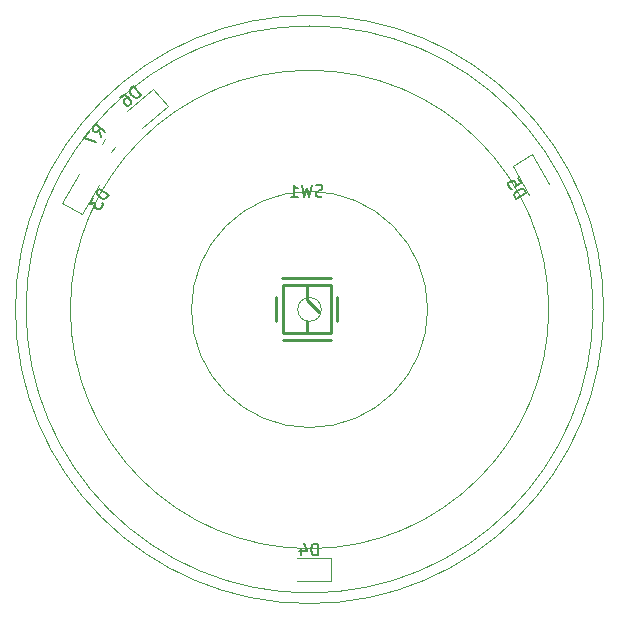
<source format=gbr>
G04 #@! TF.GenerationSoftware,KiCad,Pcbnew,(5.1.9-0-10_14)*
G04 #@! TF.CreationDate,2021-03-14T11:16:57+08:00*
G04 #@! TF.ProjectId,mops-out,6d6f7073-2d6f-4757-942e-6b696361645f,rev?*
G04 #@! TF.SameCoordinates,Original*
G04 #@! TF.FileFunction,Legend,Bot*
G04 #@! TF.FilePolarity,Positive*
%FSLAX46Y46*%
G04 Gerber Fmt 4.6, Leading zero omitted, Abs format (unit mm)*
G04 Created by KiCad (PCBNEW (5.1.9-0-10_14)) date 2021-03-14 11:16:57*
%MOMM*%
%LPD*%
G01*
G04 APERTURE LIST*
%ADD10C,0.120000*%
%ADD11C,0.254000*%
%ADD12C,0.150000*%
G04 APERTURE END LIST*
D10*
X129250000Y-75000000D02*
G75*
G03*
X129250000Y-75000000I-1000000J0D01*
G01*
X138250000Y-75000000D02*
G75*
G03*
X138250000Y-75000000I-10000000J0D01*
G01*
X148500000Y-75000000D02*
G75*
G03*
X148500000Y-75000000I-20250000J0D01*
G01*
X152250000Y-75000000D02*
G75*
G03*
X152250000Y-75000000I-24000000J0D01*
G01*
X153150000Y-75000000D02*
G75*
G03*
X153150000Y-75000000I-24900000J0D01*
G01*
X110973475Y-60599014D02*
X110646008Y-60989273D01*
X111773992Y-61270727D02*
X111446525Y-61660986D01*
X112798022Y-58172581D02*
X114988910Y-56334208D01*
X114988910Y-56334208D02*
X116223062Y-57805014D01*
X116223062Y-57805014D02*
X114032175Y-59643386D01*
D11*
X125975010Y-77600122D02*
X130024990Y-77600122D01*
X125400005Y-76019048D02*
X125400005Y-73981206D01*
X130599995Y-73981206D02*
X130599995Y-76019048D01*
X125913161Y-72350120D02*
X130086839Y-72350120D01*
X125968000Y-72968127D02*
X125968000Y-77032127D01*
X130032000Y-72968127D02*
X125968000Y-72968127D01*
X130032000Y-77032127D02*
X130032000Y-72968127D01*
X125968000Y-77032127D02*
X130032000Y-77032127D01*
X128000000Y-77032127D02*
X128000000Y-76016127D01*
X128000000Y-74238127D02*
X129016000Y-75254127D01*
X128000000Y-72968127D02*
X128000000Y-74238127D01*
D10*
X146868616Y-65306025D02*
X145438616Y-62829193D01*
X145438616Y-62829193D02*
X147101384Y-61869193D01*
X147101384Y-61869193D02*
X148531384Y-64346025D01*
X127220000Y-96060000D02*
X130080000Y-96060000D01*
X130080000Y-96060000D02*
X130080000Y-97980000D01*
X130080000Y-97980000D02*
X127220000Y-97980000D01*
X110391384Y-64473975D02*
X108961384Y-66950807D01*
X108961384Y-66950807D02*
X107298616Y-65990807D01*
X107298616Y-65990807D02*
X108728616Y-63513975D01*
D12*
X110568231Y-60373924D02*
X110417710Y-59812487D01*
X110935538Y-59936185D02*
X110169493Y-59293397D01*
X109924622Y-59585223D01*
X109899882Y-59688789D01*
X109905752Y-59755876D01*
X109948099Y-59853572D01*
X110057534Y-59945399D01*
X110161100Y-59970139D01*
X110228187Y-59964269D01*
X110325883Y-59921922D01*
X110570755Y-59630095D01*
X109587924Y-59986485D02*
X109159399Y-60497181D01*
X110200923Y-60811664D01*
X113976741Y-56873328D02*
X113333954Y-56107283D01*
X113151562Y-56260328D01*
X113072736Y-56388633D01*
X113060997Y-56522808D01*
X113085737Y-56626373D01*
X113171694Y-56802895D01*
X113263521Y-56912330D01*
X113422435Y-57027635D01*
X113520131Y-57069982D01*
X113654306Y-57081721D01*
X113794350Y-57026373D01*
X113976741Y-56873328D01*
X112239604Y-57025552D02*
X112385518Y-56903116D01*
X112489083Y-56878376D01*
X112556170Y-56884246D01*
X112720954Y-56932463D01*
X112879868Y-57047767D01*
X113124739Y-57339593D01*
X113149479Y-57443159D01*
X113143609Y-57510246D01*
X113101262Y-57607942D01*
X112955349Y-57730378D01*
X112851783Y-57755118D01*
X112784696Y-57749248D01*
X112687000Y-57706901D01*
X112533955Y-57524509D01*
X112509215Y-57420944D01*
X112515085Y-57353856D01*
X112557432Y-57256160D01*
X112703346Y-57133724D01*
X112806911Y-57108985D01*
X112873998Y-57114854D01*
X112971695Y-57157202D01*
X129333333Y-65404761D02*
X129190476Y-65452380D01*
X128952380Y-65452380D01*
X128857142Y-65404761D01*
X128809523Y-65357142D01*
X128761904Y-65261904D01*
X128761904Y-65166666D01*
X128809523Y-65071428D01*
X128857142Y-65023809D01*
X128952380Y-64976190D01*
X129142857Y-64928571D01*
X129238095Y-64880952D01*
X129285714Y-64833333D01*
X129333333Y-64738095D01*
X129333333Y-64642857D01*
X129285714Y-64547619D01*
X129238095Y-64500000D01*
X129142857Y-64452380D01*
X128904761Y-64452380D01*
X128761904Y-64500000D01*
X128428571Y-64452380D02*
X128190476Y-65452380D01*
X128000000Y-64738095D01*
X127809523Y-65452380D01*
X127571428Y-64452380D01*
X126666666Y-65452380D02*
X127238095Y-65452380D01*
X126952380Y-65452380D02*
X126952380Y-64452380D01*
X127047619Y-64595238D01*
X127142857Y-64690476D01*
X127238095Y-64738095D01*
X145748332Y-65650399D02*
X146614357Y-65150399D01*
X146495310Y-64944203D01*
X146382642Y-64844294D01*
X146252544Y-64809435D01*
X146146256Y-64815814D01*
X145957489Y-64869813D01*
X145833771Y-64941242D01*
X145692623Y-65077719D01*
X145633954Y-65166578D01*
X145599095Y-65296675D01*
X145629284Y-65444203D01*
X145748332Y-65650399D01*
X145876262Y-63871981D02*
X146114357Y-64284374D01*
X145725774Y-64563708D01*
X145743203Y-64498660D01*
X145736824Y-64392371D01*
X145617776Y-64186175D01*
X145528918Y-64127506D01*
X145463869Y-64110076D01*
X145357581Y-64116456D01*
X145151384Y-64235503D01*
X145092715Y-64324362D01*
X145075285Y-64389411D01*
X145081665Y-64495699D01*
X145200713Y-64701895D01*
X145289571Y-64760564D01*
X145354620Y-64777994D01*
X128958095Y-95822380D02*
X128958095Y-94822380D01*
X128720000Y-94822380D01*
X128577142Y-94870000D01*
X128481904Y-94965238D01*
X128434285Y-95060476D01*
X128386666Y-95250952D01*
X128386666Y-95393809D01*
X128434285Y-95584285D01*
X128481904Y-95679523D01*
X128577142Y-95774761D01*
X128720000Y-95822380D01*
X128958095Y-95822380D01*
X127529523Y-95155714D02*
X127529523Y-95822380D01*
X127767619Y-94774761D02*
X128005714Y-95489047D01*
X127386666Y-95489047D01*
X111249763Y-65271981D02*
X110383737Y-64771981D01*
X110264689Y-64978177D01*
X110234500Y-65125705D01*
X110269360Y-65255802D01*
X110328029Y-65344661D01*
X110469177Y-65481138D01*
X110592894Y-65552567D01*
X110781661Y-65606565D01*
X110887949Y-65612945D01*
X111018047Y-65578086D01*
X111130715Y-65478177D01*
X111249763Y-65271981D01*
X109931356Y-65555528D02*
X109621832Y-66091639D01*
X110118413Y-65993440D01*
X110046985Y-66117157D01*
X110040605Y-66223446D01*
X110058035Y-66288494D01*
X110116704Y-66377353D01*
X110322901Y-66496400D01*
X110429189Y-66502780D01*
X110494237Y-66485350D01*
X110583096Y-66426681D01*
X110725953Y-66179245D01*
X110732333Y-66072957D01*
X110714903Y-66007908D01*
M02*

</source>
